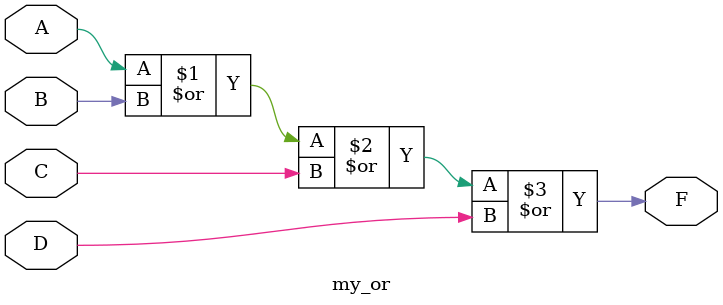
<source format=v>
module my_or(input wire A,B,C,D, output wire F);
	assign F = A | B | C | D;
endmodule
</source>
